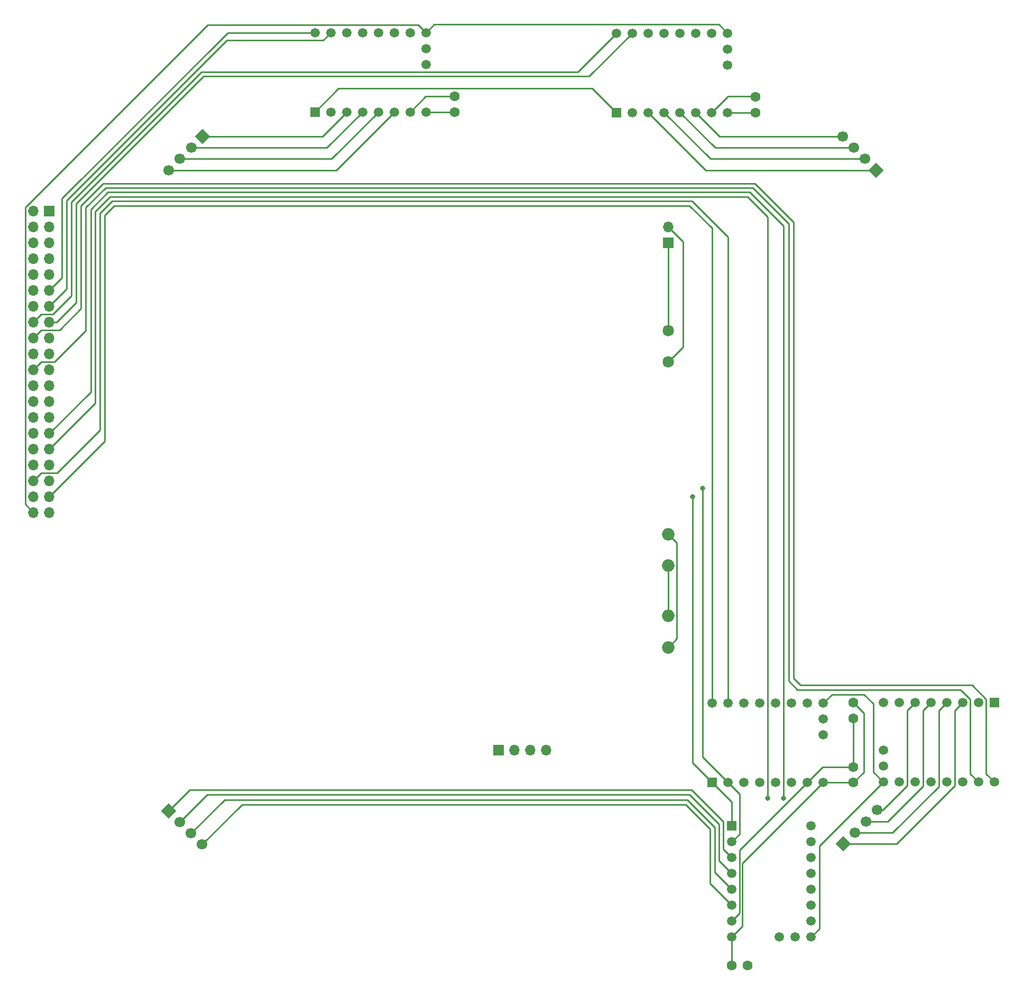
<source format=gbr>
%TF.GenerationSoftware,KiCad,Pcbnew,7.0.8*%
%TF.CreationDate,2023-11-07T13:43:56-08:00*%
%TF.ProjectId,Rubiks-Cube,52756269-6b73-42d4-9375-62652e6b6963,rev?*%
%TF.SameCoordinates,Original*%
%TF.FileFunction,Copper,L1,Top*%
%TF.FilePolarity,Positive*%
%FSLAX46Y46*%
G04 Gerber Fmt 4.6, Leading zero omitted, Abs format (unit mm)*
G04 Created by KiCad (PCBNEW 7.0.8) date 2023-11-07 13:43:56*
%MOMM*%
%LPD*%
G01*
G04 APERTURE LIST*
G04 Aperture macros list*
%AMHorizOval*
0 Thick line with rounded ends*
0 $1 width*
0 $2 $3 position (X,Y) of the first rounded end (center of the circle)*
0 $4 $5 position (X,Y) of the second rounded end (center of the circle)*
0 Add line between two ends*
20,1,$1,$2,$3,$4,$5,0*
0 Add two circle primitives to create the rounded ends*
1,1,$1,$2,$3*
1,1,$1,$4,$5*%
%AMRotRect*
0 Rectangle, with rotation*
0 The origin of the aperture is its center*
0 $1 length*
0 $2 width*
0 $3 Rotation angle, in degrees counterclockwise*
0 Add horizontal line*
21,1,$1,$2,0,0,$3*%
G04 Aperture macros list end*
%TA.AperFunction,ComponentPad*%
%ADD10R,1.508000X1.508000*%
%TD*%
%TA.AperFunction,ComponentPad*%
%ADD11C,1.508000*%
%TD*%
%TA.AperFunction,ComponentPad*%
%ADD12RotRect,1.700000X1.700000X315.000000*%
%TD*%
%TA.AperFunction,ComponentPad*%
%ADD13HorizOval,1.700000X0.000000X0.000000X0.000000X0.000000X0*%
%TD*%
%TA.AperFunction,ComponentPad*%
%ADD14O,2.000000X2.000000*%
%TD*%
%TA.AperFunction,ComponentPad*%
%ADD15C,1.600000*%
%TD*%
%TA.AperFunction,ComponentPad*%
%ADD16R,1.700000X1.700000*%
%TD*%
%TA.AperFunction,ComponentPad*%
%ADD17O,1.700000X1.700000*%
%TD*%
%TA.AperFunction,ComponentPad*%
%ADD18RotRect,1.700000X1.700000X135.000000*%
%TD*%
%TA.AperFunction,ComponentPad*%
%ADD19HorizOval,1.700000X0.000000X0.000000X0.000000X0.000000X0*%
%TD*%
%TA.AperFunction,ComponentPad*%
%ADD20O,1.820000X1.840000*%
%TD*%
%TA.AperFunction,ComponentPad*%
%ADD21RotRect,1.700000X1.700000X225.000000*%
%TD*%
%TA.AperFunction,ComponentPad*%
%ADD22HorizOval,1.700000X0.000000X0.000000X0.000000X0.000000X0*%
%TD*%
%TA.AperFunction,ComponentPad*%
%ADD23HorizOval,1.700000X0.000000X0.000000X0.000000X0.000000X0*%
%TD*%
%TA.AperFunction,ComponentPad*%
%ADD24RotRect,1.700000X1.700000X45.000000*%
%TD*%
%TA.AperFunction,ViaPad*%
%ADD25C,0.800000*%
%TD*%
%TA.AperFunction,Conductor*%
%ADD26C,0.250000*%
%TD*%
G04 APERTURE END LIST*
D10*
%TO.P,U1,1,GND*%
%TO.N,/RPi_GND*%
X128940000Y-148630000D03*
D11*
%TO.P,U1,2,VIO*%
%TO.N,/RPi_3V3*%
X128940000Y-151170000D03*
%TO.P,U1,3,M1B*%
%TO.N,Net-(J1-Pin_1)*%
X128940000Y-153710000D03*
%TO.P,U1,4,M1A*%
%TO.N,Net-(J1-Pin_2)*%
X128940000Y-156250000D03*
%TO.P,U1,5,M2A*%
%TO.N,Net-(J1-Pin_3)*%
X128940000Y-158790000D03*
%TO.P,U1,6,M2B*%
%TO.N,Net-(J1-Pin_4)*%
X128940000Y-161330000D03*
%TO.P,U1,7,GND*%
%TO.N,/GND*%
X128940000Y-163870000D03*
%TO.P,U1,8,VM*%
%TO.N,/12V*%
X128940000Y-166410000D03*
%TO.P,U1,9,DIR*%
%TO.N,/F_dir*%
X141640000Y-148630000D03*
%TO.P,U1,10,STEP*%
%TO.N,/F_step*%
X141640000Y-151170000D03*
%TO.P,U1,11,PDN*%
%TO.N,unconnected-(U1-PDN-Pad11)*%
X141640000Y-153710000D03*
%TO.P,U1,12,UART*%
%TO.N,unconnected-(U1-UART-Pad12)*%
X141640000Y-156250000D03*
%TO.P,U1,13,SPRD*%
%TO.N,unconnected-(U1-SPRD-Pad13)*%
X141640000Y-158790000D03*
%TO.P,U1,14,MS2*%
%TO.N,unconnected-(U1-MS2-Pad14)*%
X141640000Y-161330000D03*
%TO.P,U1,15,MS1*%
%TO.N,unconnected-(U1-MS1-Pad15)*%
X141640000Y-163870000D03*
%TO.P,U1,16,~{EN}*%
%TO.N,/Enable*%
X141640000Y-166410000D03*
%TO.P,U1,17,INDEX*%
%TO.N,unconnected-(U1-INDEX-Pad17)*%
X136560000Y-166410000D03*
%TO.P,U1,18,DIAG*%
%TO.N,unconnected-(U1-DIAG-Pad18)*%
X139100000Y-166410000D03*
%TD*%
D12*
%TO.P,J4,1,Pin_1*%
%TO.N,Net-(J4-Pin_1)*%
X44137006Y-38322994D03*
D13*
%TO.P,J4,2,Pin_2*%
%TO.N,Net-(J4-Pin_2)*%
X42340955Y-40119045D03*
%TO.P,J4,3,Pin_3*%
%TO.N,Net-(J4-Pin_3)*%
X40544904Y-41915096D03*
%TO.P,J4,4,Pin_4*%
%TO.N,Net-(J4-Pin_4)*%
X38748852Y-43711148D03*
%TD*%
D14*
%TO.P,J6,1,Pin_1*%
%TO.N,/12V*%
X118710000Y-115070000D03*
%TO.P,J6,2,Pin_2*%
%TO.N,/GND*%
X118710000Y-120070000D03*
%TD*%
D15*
%TO.P,C4,1*%
%TO.N,/12V*%
X84530000Y-34390000D03*
%TO.P,C4,2*%
%TO.N,/GND*%
X84530000Y-31890000D03*
%TD*%
D16*
%TO.P,J10,1,Pin_1*%
%TO.N,/USB-C 5V*%
X118730000Y-55300000D03*
D17*
%TO.P,J10,2,Pin_2*%
%TO.N,/USB-C GND*%
X118730000Y-52760000D03*
%TD*%
D18*
%TO.P,J3,1,Pin_1*%
%TO.N,Net-(J3-Pin_1)*%
X146812994Y-151517006D03*
D19*
%TO.P,J3,2,Pin_2*%
%TO.N,Net-(J3-Pin_2)*%
X148609045Y-149720955D03*
%TO.P,J3,3,Pin_3*%
%TO.N,Net-(J3-Pin_3)*%
X150405096Y-147924904D03*
%TO.P,J3,4,Pin_4*%
%TO.N,Net-(J3-Pin_4)*%
X152201148Y-146128852D03*
%TD*%
D15*
%TO.P,C5,1*%
%TO.N,/12V*%
X148400000Y-141720000D03*
%TO.P,C5,2*%
%TO.N,/GND*%
X148400000Y-139220000D03*
%TD*%
%TO.P,C3,1*%
%TO.N,/12V*%
X148360000Y-128950000D03*
%TO.P,C3,2*%
%TO.N,/GND*%
X148360000Y-131450000D03*
%TD*%
D10*
%TO.P,U2,1,GND*%
%TO.N,/RPi_GND*%
X110450000Y-34480000D03*
D11*
%TO.P,U2,2,VIO*%
%TO.N,/RPi_3V3*%
X112990000Y-34480000D03*
%TO.P,U2,3,M1B*%
%TO.N,Net-(J2-Pin_1)*%
X115530000Y-34480000D03*
%TO.P,U2,4,M1A*%
%TO.N,Net-(J2-Pin_2)*%
X118070000Y-34480000D03*
%TO.P,U2,5,M2A*%
%TO.N,Net-(J2-Pin_3)*%
X120610000Y-34480000D03*
%TO.P,U2,6,M2B*%
%TO.N,Net-(J2-Pin_4)*%
X123150000Y-34480000D03*
%TO.P,U2,7,GND*%
%TO.N,/GND*%
X125690000Y-34480000D03*
%TO.P,U2,8,VM*%
%TO.N,/12V*%
X128230000Y-34480000D03*
%TO.P,U2,9,DIR*%
%TO.N,/B_dir*%
X110450000Y-21780000D03*
%TO.P,U2,10,STEP*%
%TO.N,/B_step*%
X112990000Y-21780000D03*
%TO.P,U2,11,PDN*%
%TO.N,unconnected-(U2-PDN-Pad11)*%
X115530000Y-21780000D03*
%TO.P,U2,12,UART*%
%TO.N,unconnected-(U2-UART-Pad12)*%
X118070000Y-21780000D03*
%TO.P,U2,13,SPRD*%
%TO.N,unconnected-(U2-SPRD-Pad13)*%
X120610000Y-21780000D03*
%TO.P,U2,14,MS2*%
%TO.N,unconnected-(U2-MS2-Pad14)*%
X123150000Y-21780000D03*
%TO.P,U2,15,MS1*%
%TO.N,unconnected-(U2-MS1-Pad15)*%
X125690000Y-21780000D03*
%TO.P,U2,16,~{EN}*%
%TO.N,/Enable*%
X128230000Y-21780000D03*
%TO.P,U2,17,INDEX*%
%TO.N,unconnected-(U2-INDEX-Pad17)*%
X128230000Y-26860000D03*
%TO.P,U2,18,DIAG*%
%TO.N,unconnected-(U2-DIAG-Pad18)*%
X128230000Y-24320000D03*
%TD*%
D15*
%TO.P,C2,1*%
%TO.N,/12V*%
X132730000Y-34500000D03*
%TO.P,C2,2*%
%TO.N,/GND*%
X132730000Y-32000000D03*
%TD*%
%TO.P,C1,1*%
%TO.N,/12V*%
X128910000Y-170980000D03*
%TO.P,C1,2*%
%TO.N,/GND*%
X131410000Y-170980000D03*
%TD*%
D10*
%TO.P,U3,1,GND*%
%TO.N,/RPi_GND*%
X170950000Y-128950000D03*
D11*
%TO.P,U3,2,VIO*%
%TO.N,/RPi_3V3*%
X168410000Y-128950000D03*
%TO.P,U3,3,M1B*%
%TO.N,Net-(J3-Pin_1)*%
X165870000Y-128950000D03*
%TO.P,U3,4,M1A*%
%TO.N,Net-(J3-Pin_2)*%
X163330000Y-128950000D03*
%TO.P,U3,5,M2A*%
%TO.N,Net-(J3-Pin_3)*%
X160790000Y-128950000D03*
%TO.P,U3,6,M2B*%
%TO.N,Net-(J3-Pin_4)*%
X158250000Y-128950000D03*
%TO.P,U3,7,GND*%
%TO.N,/GND*%
X155710000Y-128950000D03*
%TO.P,U3,8,VM*%
%TO.N,/12V*%
X153170000Y-128950000D03*
%TO.P,U3,9,DIR*%
%TO.N,/L_dir*%
X170950000Y-141650000D03*
%TO.P,U3,10,STEP*%
%TO.N,/L_step*%
X168410000Y-141650000D03*
%TO.P,U3,11,PDN*%
%TO.N,unconnected-(U3-PDN-Pad11)*%
X165870000Y-141650000D03*
%TO.P,U3,12,UART*%
%TO.N,unconnected-(U3-UART-Pad12)*%
X163330000Y-141650000D03*
%TO.P,U3,13,SPRD*%
%TO.N,unconnected-(U3-SPRD-Pad13)*%
X160790000Y-141650000D03*
%TO.P,U3,14,MS2*%
%TO.N,unconnected-(U3-MS2-Pad14)*%
X158250000Y-141650000D03*
%TO.P,U3,15,MS1*%
%TO.N,unconnected-(U3-MS1-Pad15)*%
X155710000Y-141650000D03*
%TO.P,U3,16,~{EN}*%
%TO.N,/Enable*%
X153170000Y-141650000D03*
%TO.P,U3,17,INDEX*%
%TO.N,unconnected-(U3-INDEX-Pad17)*%
X153170000Y-136570000D03*
%TO.P,U3,18,DIAG*%
%TO.N,unconnected-(U3-DIAG-Pad18)*%
X153170000Y-139110000D03*
%TD*%
D20*
%TO.P,J9,1,Pin_1*%
%TO.N,/USB-C 5V*%
X118730000Y-69410000D03*
%TO.P,J9,2,Pin_2*%
%TO.N,/USB-C GND*%
X118730000Y-74410000D03*
%TD*%
D21*
%TO.P,J2,1,Pin_1*%
%TO.N,Net-(J2-Pin_1)*%
X152067006Y-43717006D03*
D22*
%TO.P,J2,2,Pin_2*%
%TO.N,Net-(J2-Pin_2)*%
X150270955Y-41920955D03*
%TO.P,J2,3,Pin_3*%
%TO.N,Net-(J2-Pin_3)*%
X148474904Y-40124904D03*
%TO.P,J2,4,Pin_4*%
%TO.N,Net-(J2-Pin_4)*%
X146678852Y-38328852D03*
%TD*%
D10*
%TO.P,U5,1,GND*%
%TO.N,/RPi_GND*%
X125780000Y-141710000D03*
D11*
%TO.P,U5,2,VIO*%
%TO.N,/RPi_3V3*%
X128320000Y-141710000D03*
%TO.P,U5,3,M1B*%
%TO.N,Net-(J5-Pin_1)*%
X130860000Y-141710000D03*
%TO.P,U5,4,M1A*%
%TO.N,Net-(J5-Pin_2)*%
X133400000Y-141710000D03*
%TO.P,U5,5,M2A*%
%TO.N,Net-(J5-Pin_3)*%
X135940000Y-141710000D03*
%TO.P,U5,6,M2B*%
%TO.N,Net-(J5-Pin_4)*%
X138480000Y-141710000D03*
%TO.P,U5,7,GND*%
%TO.N,/GND*%
X141020000Y-141710000D03*
%TO.P,U5,8,VM*%
%TO.N,/12V*%
X143560000Y-141710000D03*
%TO.P,U5,9,DIR*%
%TO.N,/D_dir*%
X125780000Y-129010000D03*
%TO.P,U5,10,STEP*%
%TO.N,/D_step*%
X128320000Y-129010000D03*
%TO.P,U5,11,PDN*%
%TO.N,unconnected-(U5-PDN-Pad11)*%
X130860000Y-129010000D03*
%TO.P,U5,12,UART*%
%TO.N,unconnected-(U5-UART-Pad12)*%
X133400000Y-129010000D03*
%TO.P,U5,13,SPRD*%
%TO.N,unconnected-(U5-SPRD-Pad13)*%
X135940000Y-129010000D03*
%TO.P,U5,14,MS2*%
%TO.N,unconnected-(U5-MS2-Pad14)*%
X138480000Y-129010000D03*
%TO.P,U5,15,MS1*%
%TO.N,unconnected-(U5-MS1-Pad15)*%
X141020000Y-129010000D03*
%TO.P,U5,16,~{EN}*%
%TO.N,/Enable*%
X143560000Y-129010000D03*
%TO.P,U5,17,INDEX*%
%TO.N,unconnected-(U5-INDEX-Pad17)*%
X143560000Y-134090000D03*
%TO.P,U5,18,DIAG*%
%TO.N,unconnected-(U5-DIAG-Pad18)*%
X143560000Y-131550000D03*
%TD*%
D16*
%TO.P,J5,1,Pin_1*%
%TO.N,Net-(J5-Pin_1)*%
X91580000Y-136520000D03*
D17*
%TO.P,J5,2,Pin_2*%
%TO.N,Net-(J5-Pin_2)*%
X94120000Y-136520000D03*
%TO.P,J5,3,Pin_3*%
%TO.N,Net-(J5-Pin_3)*%
X96660000Y-136520000D03*
%TO.P,J5,4,Pin_4*%
%TO.N,Net-(J5-Pin_4)*%
X99200000Y-136520000D03*
%TD*%
D23*
%TO.P,J1,4,Pin_4*%
%TO.N,Net-(J1-Pin_4)*%
X44111148Y-151631148D03*
%TO.P,J1,3,Pin_3*%
%TO.N,Net-(J1-Pin_3)*%
X42315096Y-149835096D03*
%TO.P,J1,2,Pin_2*%
%TO.N,Net-(J1-Pin_2)*%
X40519045Y-148039045D03*
D24*
%TO.P,J1,1,Pin_1*%
%TO.N,Net-(J1-Pin_1)*%
X38722994Y-146242994D03*
%TD*%
D10*
%TO.P,U4,1,GND*%
%TO.N,/RPi_GND*%
X62190000Y-34390000D03*
D11*
%TO.P,U4,2,VIO*%
%TO.N,/RPi_3V3*%
X64730000Y-34390000D03*
%TO.P,U4,3,M1B*%
%TO.N,Net-(J4-Pin_1)*%
X67270000Y-34390000D03*
%TO.P,U4,4,M1A*%
%TO.N,Net-(J4-Pin_2)*%
X69810000Y-34390000D03*
%TO.P,U4,5,M2A*%
%TO.N,Net-(J4-Pin_3)*%
X72350000Y-34390000D03*
%TO.P,U4,6,M2B*%
%TO.N,Net-(J4-Pin_4)*%
X74890000Y-34390000D03*
%TO.P,U4,7,GND*%
%TO.N,/GND*%
X77430000Y-34390000D03*
%TO.P,U4,8,VM*%
%TO.N,/12V*%
X79970000Y-34390000D03*
%TO.P,U4,9,DIR*%
%TO.N,/R_dir*%
X62190000Y-21690000D03*
%TO.P,U4,10,STEP*%
%TO.N,/R_step*%
X64730000Y-21690000D03*
%TO.P,U4,11,PDN*%
%TO.N,unconnected-(U4-PDN-Pad11)*%
X67270000Y-21690000D03*
%TO.P,U4,12,UART*%
%TO.N,unconnected-(U4-UART-Pad12)*%
X69810000Y-21690000D03*
%TO.P,U4,13,SPRD*%
%TO.N,unconnected-(U4-SPRD-Pad13)*%
X72350000Y-21690000D03*
%TO.P,U4,14,MS2*%
%TO.N,unconnected-(U4-MS2-Pad14)*%
X74890000Y-21690000D03*
%TO.P,U4,15,MS1*%
%TO.N,unconnected-(U4-MS1-Pad15)*%
X77430000Y-21690000D03*
%TO.P,U4,16,~{EN}*%
%TO.N,/Enable*%
X79970000Y-21690000D03*
%TO.P,U4,17,INDEX*%
%TO.N,unconnected-(U4-INDEX-Pad17)*%
X79970000Y-26770000D03*
%TO.P,U4,18,DIAG*%
%TO.N,unconnected-(U4-DIAG-Pad18)*%
X79970000Y-24230000D03*
%TD*%
D16*
%TO.P,J8,1,Pin_1*%
%TO.N,/RPi_3V3*%
X19640000Y-50265236D03*
D17*
%TO.P,J8,2,Pin_2*%
%TO.N,unconnected-(J8-Pin_2-Pad2)*%
X17100000Y-50265236D03*
%TO.P,J8,3,Pin_3*%
%TO.N,unconnected-(J8-Pin_3-Pad3)*%
X19640000Y-52805236D03*
%TO.P,J8,4,Pin_4*%
%TO.N,unconnected-(J8-Pin_4-Pad4)*%
X17100000Y-52805236D03*
%TO.P,J8,5,Pin_5*%
%TO.N,unconnected-(J8-Pin_5-Pad5)*%
X19640000Y-55345236D03*
%TO.P,J8,6,Pin_6*%
%TO.N,/RPi_GND*%
X17100000Y-55345236D03*
%TO.P,J8,7,Pin_7*%
%TO.N,unconnected-(J8-Pin_7-Pad7)*%
X19640000Y-57885236D03*
%TO.P,J8,8,Pin_8*%
%TO.N,unconnected-(J8-Pin_8-Pad8)*%
X17100000Y-57885236D03*
%TO.P,J8,9,Pin_9*%
%TO.N,unconnected-(J8-Pin_9-Pad9)*%
X19640000Y-60425236D03*
%TO.P,J8,10,Pin_10*%
%TO.N,unconnected-(J8-Pin_10-Pad10)*%
X17100000Y-60425236D03*
%TO.P,J8,11,Pin_11*%
%TO.N,/R_dir*%
X19640000Y-62965236D03*
%TO.P,J8,12,Pin_12*%
%TO.N,unconnected-(J8-Pin_12-Pad12)*%
X17100000Y-62965236D03*
%TO.P,J8,13,Pin_13*%
%TO.N,/R_step*%
X19640000Y-65505236D03*
%TO.P,J8,14,Pin_14*%
%TO.N,unconnected-(J8-Pin_14-Pad14)*%
X17100000Y-65505236D03*
%TO.P,J8,15,Pin_15*%
%TO.N,/B_step*%
X19640000Y-68045236D03*
%TO.P,J8,16,Pin_16*%
%TO.N,/B_dir*%
X17100000Y-68045236D03*
%TO.P,J8,17,Pin_17*%
%TO.N,unconnected-(J8-Pin_17-Pad17)*%
X19640000Y-70585236D03*
%TO.P,J8,18,Pin_18*%
%TO.N,/L_dir*%
X17100000Y-70585236D03*
%TO.P,J8,19,Pin_19*%
%TO.N,unconnected-(J8-Pin_19-Pad19)*%
X19640000Y-73125236D03*
%TO.P,J8,20,Pin_20*%
%TO.N,unconnected-(J8-Pin_20-Pad20)*%
X17100000Y-73125236D03*
%TO.P,J8,21,Pin_21*%
%TO.N,unconnected-(J8-Pin_21-Pad21)*%
X19640000Y-75665236D03*
%TO.P,J8,22,Pin_22*%
%TO.N,/L_step*%
X17100000Y-75665236D03*
%TO.P,J8,23,Pin_23*%
%TO.N,unconnected-(J8-Pin_23-Pad23)*%
X19640000Y-78205236D03*
%TO.P,J8,24,Pin_24*%
%TO.N,unconnected-(J8-Pin_24-Pad24)*%
X17100000Y-78205236D03*
%TO.P,J8,25,Pin_25*%
%TO.N,unconnected-(J8-Pin_25-Pad25)*%
X19640000Y-80745236D03*
%TO.P,J8,26,Pin_26*%
%TO.N,unconnected-(J8-Pin_26-Pad26)*%
X17100000Y-80745236D03*
%TO.P,J8,27,Pin_27*%
%TO.N,unconnected-(J8-Pin_27-Pad27)*%
X19640000Y-83285236D03*
%TO.P,J8,28,Pin_28*%
%TO.N,unconnected-(J8-Pin_28-Pad28)*%
X17100000Y-83285236D03*
%TO.P,J8,29,Pin_29*%
%TO.N,/F_dir*%
X19640000Y-85825236D03*
%TO.P,J8,30,Pin_30*%
%TO.N,unconnected-(J8-Pin_30-Pad30)*%
X17100000Y-85825236D03*
%TO.P,J8,31,Pin_31*%
%TO.N,/F_step*%
X19640000Y-88365236D03*
%TO.P,J8,32,Pin_32*%
%TO.N,unconnected-(J8-Pin_32-Pad32)*%
X17100000Y-88365236D03*
%TO.P,J8,33,Pin_33*%
%TO.N,unconnected-(J8-Pin_33-Pad33)*%
X19640000Y-90905236D03*
%TO.P,J8,34,Pin_34*%
%TO.N,unconnected-(J8-Pin_34-Pad34)*%
X17100000Y-90905236D03*
%TO.P,J8,35,Pin_35*%
%TO.N,unconnected-(J8-Pin_35-Pad35)*%
X19640000Y-93445236D03*
%TO.P,J8,36,Pin_36*%
%TO.N,/D_step*%
X17100000Y-93445236D03*
%TO.P,J8,37,Pin_37*%
%TO.N,/D_dir*%
X19640000Y-95985236D03*
%TO.P,J8,38,Pin_38*%
%TO.N,unconnected-(J8-Pin_38-Pad38)*%
X17100000Y-95985236D03*
%TO.P,J8,39,Pin_39*%
%TO.N,unconnected-(J8-Pin_39-Pad39)*%
X19640000Y-98525236D03*
%TO.P,J8,40,Pin_40*%
%TO.N,/Enable*%
X17100000Y-98525236D03*
%TD*%
D14*
%TO.P,J7,1,Pin_1*%
%TO.N,/12V*%
X118720000Y-106970000D03*
%TO.P,J7,2,Pin_2*%
%TO.N,/GND*%
X118720000Y-101970000D03*
%TD*%
D25*
%TO.N,/F_dir*%
X137200000Y-144200000D03*
%TO.N,/F_step*%
X134640000Y-144200000D03*
%TO.N,/RPi_GND*%
X122660000Y-95950000D03*
%TO.N,/RPi_3V3*%
X124220000Y-94600000D03*
%TD*%
D26*
%TO.N,/Enable*%
X150110000Y-127610000D02*
X144960000Y-127610000D01*
X81250000Y-20410000D02*
X126860000Y-20410000D01*
X126860000Y-20410000D02*
X128230000Y-21780000D01*
X142930000Y-165120000D02*
X142930000Y-151890000D01*
X144960000Y-127610000D02*
X143560000Y-129010000D01*
X15760000Y-97185236D02*
X15760000Y-49690000D01*
X15760000Y-49690000D02*
X45030000Y-20420000D01*
X141640000Y-166410000D02*
X142930000Y-165120000D01*
X17100000Y-98525236D02*
X15760000Y-97185236D01*
X151620000Y-140100000D02*
X151620000Y-129120000D01*
X153170000Y-141650000D02*
X151620000Y-140100000D01*
X151620000Y-129120000D02*
X150110000Y-127610000D01*
X45030000Y-20420000D02*
X78700000Y-20420000D01*
X142930000Y-151890000D02*
X153170000Y-141650000D01*
X79970000Y-21690000D02*
X81250000Y-20410000D01*
X78700000Y-20420000D02*
X79970000Y-21690000D01*
%TO.N,/F_dir*%
X137200000Y-144180000D02*
X137200000Y-144200000D01*
X137200000Y-144200000D02*
X137200000Y-52590000D01*
X131830000Y-47220000D02*
X29040000Y-47220000D01*
X26260000Y-79205236D02*
X19640000Y-85825236D01*
X137200000Y-52590000D02*
X131830000Y-47220000D01*
X26260000Y-50000000D02*
X26260000Y-79205236D01*
X29040000Y-47220000D02*
X26260000Y-50000000D01*
%TO.N,/F_step*%
X131430000Y-47950000D02*
X29380000Y-47950000D01*
X29380000Y-47950000D02*
X27000000Y-50330000D01*
X134640000Y-144200000D02*
X134640000Y-51160000D01*
X27000000Y-81005236D02*
X19640000Y-88365236D01*
X27000000Y-50330000D02*
X27000000Y-81005236D01*
X134640000Y-51160000D02*
X131430000Y-47950000D01*
%TO.N,Net-(J1-Pin_4)*%
X44111148Y-151631148D02*
X50482296Y-145260000D01*
X125460000Y-149190000D02*
X125460000Y-157850000D01*
X121530000Y-145260000D02*
X125460000Y-149190000D01*
X125460000Y-157850000D02*
X128940000Y-161330000D01*
X50482296Y-145260000D02*
X121530000Y-145260000D01*
%TO.N,Net-(J1-Pin_3)*%
X126220000Y-156070000D02*
X128940000Y-158790000D01*
X47680192Y-144470000D02*
X42315096Y-149835096D01*
X121820000Y-144470000D02*
X47680192Y-144470000D01*
X126220000Y-148870000D02*
X126220000Y-156070000D01*
X121820000Y-144470000D02*
X126220000Y-148870000D01*
%TO.N,Net-(J1-Pin_2)*%
X44908090Y-143650000D02*
X40519045Y-148039045D01*
X126900000Y-148430000D02*
X126900000Y-154210000D01*
X122120000Y-143650000D02*
X126900000Y-148430000D01*
X122120000Y-143650000D02*
X44908090Y-143650000D01*
X126900000Y-154210000D02*
X128940000Y-156250000D01*
%TO.N,Net-(J1-Pin_1)*%
X127570000Y-152360000D02*
X128920000Y-153710000D01*
X122450000Y-142870000D02*
X127570000Y-147990000D01*
X127570000Y-147990000D02*
X127570000Y-152360000D01*
X42095988Y-142870000D02*
X38722994Y-146242994D01*
X128920000Y-153710000D02*
X128940000Y-153710000D01*
X122450000Y-142870000D02*
X42095988Y-142870000D01*
%TO.N,Net-(J2-Pin_1)*%
X152067006Y-43717006D02*
X124767006Y-43717006D01*
X124767006Y-43717006D02*
X115530000Y-34480000D01*
%TO.N,Net-(J2-Pin_2)*%
X125510955Y-41920955D02*
X118070000Y-34480000D01*
X150270955Y-41920955D02*
X125510955Y-41920955D01*
%TO.N,Net-(J2-Pin_3)*%
X126254904Y-40124904D02*
X120610000Y-34480000D01*
X148474904Y-40124904D02*
X126254904Y-40124904D01*
%TO.N,Net-(J2-Pin_4)*%
X126998852Y-38328852D02*
X123150000Y-34480000D01*
X146678852Y-38328852D02*
X126998852Y-38328852D01*
%TO.N,/B_step*%
X106070000Y-28700000D02*
X112990000Y-21780000D01*
X23920000Y-49110000D02*
X44330000Y-28700000D01*
X23920000Y-64880000D02*
X23920000Y-49110000D01*
X19640000Y-68045236D02*
X20754764Y-68045236D01*
X20754764Y-68045236D02*
X23920000Y-64880000D01*
X44330000Y-28700000D02*
X106070000Y-28700000D01*
%TO.N,/B_dir*%
X104250000Y-27980000D02*
X110450000Y-21780000D01*
X44000000Y-27980000D02*
X104250000Y-27980000D01*
X23160000Y-48820000D02*
X44000000Y-27980000D01*
X23160000Y-63810000D02*
X23160000Y-48820000D01*
X17100000Y-68045236D02*
X18375236Y-66770000D01*
X18375236Y-66770000D02*
X20200000Y-66770000D01*
X20200000Y-66770000D02*
X23160000Y-63810000D01*
%TO.N,/L_step*%
X138020000Y-52300000D02*
X138020000Y-125430000D01*
X165560000Y-126860000D02*
X167130000Y-128430000D01*
X17100000Y-75665236D02*
X18365236Y-74400000D01*
X28630000Y-46550000D02*
X132270000Y-46550000D01*
X18365236Y-74400000D02*
X20480000Y-74400000D01*
X25480000Y-49700000D02*
X28630000Y-46550000D01*
X132270000Y-46550000D02*
X138020000Y-52300000D01*
X20480000Y-74400000D02*
X25480000Y-69400000D01*
X167130000Y-128430000D02*
X167130000Y-140370000D01*
X25480000Y-69400000D02*
X25480000Y-49700000D01*
X167130000Y-140370000D02*
X168410000Y-141650000D01*
X138020000Y-125430000D02*
X139450000Y-126860000D01*
X139450000Y-126860000D02*
X165560000Y-126860000D01*
%TO.N,/L_dir*%
X138810000Y-52030000D02*
X138810000Y-125050000D01*
X138810000Y-125050000D02*
X139920000Y-126160000D01*
X28260000Y-45850000D02*
X132630000Y-45850000D01*
X132630000Y-45850000D02*
X138810000Y-52030000D01*
X169670000Y-140370000D02*
X170950000Y-141650000D01*
X24710000Y-65880000D02*
X24710000Y-49400000D01*
X169670000Y-128370000D02*
X169670000Y-140370000D01*
X21280000Y-69310000D02*
X24710000Y-65880000D01*
X17100000Y-70585236D02*
X18375236Y-69310000D01*
X18375236Y-69310000D02*
X21280000Y-69310000D01*
X167460000Y-126160000D02*
X169670000Y-128370000D01*
X139920000Y-126160000D02*
X167460000Y-126160000D01*
X24710000Y-49400000D02*
X28260000Y-45850000D01*
%TO.N,/D_step*%
X122580000Y-48680000D02*
X128320000Y-54420000D01*
X27750000Y-85300000D02*
X27750000Y-50630000D01*
X29700000Y-48680000D02*
X122580000Y-48680000D01*
X18365236Y-92180000D02*
X20870000Y-92180000D01*
X20870000Y-92180000D02*
X27750000Y-85300000D01*
X128320000Y-54420000D02*
X128320000Y-129010000D01*
X27750000Y-50630000D02*
X29700000Y-48680000D01*
X17100000Y-93445236D02*
X18365236Y-92180000D01*
%TO.N,/D_dir*%
X122160000Y-49380000D02*
X30040000Y-49380000D01*
X125780000Y-129010000D02*
X125780000Y-53000000D01*
X125780000Y-53000000D02*
X122160000Y-49380000D01*
X30040000Y-49380000D02*
X28500000Y-50920000D01*
X28500000Y-87125236D02*
X19640000Y-95985236D01*
X28500000Y-50920000D02*
X28500000Y-87125236D01*
%TO.N,/R_step*%
X63490000Y-22930000D02*
X64730000Y-21690000D01*
X19640000Y-65505236D02*
X22420000Y-62725236D01*
X48020000Y-22930000D02*
X63490000Y-22930000D01*
X22420000Y-48530000D02*
X48020000Y-22930000D01*
X22420000Y-62725236D02*
X22420000Y-48530000D01*
%TO.N,/R_dir*%
X19640000Y-62965236D02*
X21670000Y-60935236D01*
X48220000Y-21690000D02*
X62190000Y-21690000D01*
X21670000Y-48240000D02*
X48220000Y-21690000D01*
X21670000Y-60935236D02*
X21670000Y-48240000D01*
%TO.N,/RPi_GND*%
X106600000Y-30630000D02*
X65950000Y-30630000D01*
X128940000Y-148630000D02*
X128940000Y-144870000D01*
X110450000Y-34480000D02*
X106600000Y-30630000D01*
X128940000Y-144870000D02*
X125780000Y-141710000D01*
X122660000Y-138590000D02*
X122660000Y-95950000D01*
X65950000Y-30630000D02*
X62190000Y-34390000D01*
X125780000Y-141710000D02*
X122660000Y-138590000D01*
%TO.N,/RPi_3V3*%
X130150000Y-149960000D02*
X130150000Y-143540000D01*
X124220000Y-94600000D02*
X124220000Y-137610000D01*
X124220000Y-137610000D02*
X128320000Y-141710000D01*
X128940000Y-151170000D02*
X130150000Y-149960000D01*
X130150000Y-143540000D02*
X128320000Y-141710000D01*
%TO.N,/GND*%
X84530000Y-31890000D02*
X79930000Y-31890000D01*
X125690000Y-34480000D02*
X128280000Y-31890000D01*
X118710000Y-120070000D02*
X120110000Y-118670000D01*
X148360000Y-139180000D02*
X148400000Y-139220000D01*
X148400000Y-139220000D02*
X143510000Y-139220000D01*
X128940000Y-163870000D02*
X130160000Y-162650000D01*
X143510000Y-139220000D02*
X141020000Y-141710000D01*
X79930000Y-31890000D02*
X77430000Y-34390000D01*
X84640000Y-32000000D02*
X84530000Y-31890000D01*
X132620000Y-31890000D02*
X132730000Y-32000000D01*
X120110000Y-118670000D02*
X120110000Y-103360000D01*
X130160000Y-152570000D02*
X141020000Y-141710000D01*
X148360000Y-131450000D02*
X148360000Y-139180000D01*
X130160000Y-162650000D02*
X130160000Y-152570000D01*
X120110000Y-103360000D02*
X118720000Y-101970000D01*
X128280000Y-31890000D02*
X132620000Y-31890000D01*
%TO.N,/12V*%
X148400000Y-141720000D02*
X143570000Y-141720000D01*
X150040000Y-140080000D02*
X150040000Y-130630000D01*
X132730000Y-34500000D02*
X128250000Y-34500000D01*
X150040000Y-130630000D02*
X148360000Y-128950000D01*
X128910000Y-166440000D02*
X128940000Y-166410000D01*
X128910000Y-170980000D02*
X128910000Y-166440000D01*
X130610000Y-164740000D02*
X130610000Y-154660000D01*
X128250000Y-34500000D02*
X128230000Y-34480000D01*
X118710000Y-106980000D02*
X118720000Y-106970000D01*
X130610000Y-154660000D02*
X143560000Y-141710000D01*
X128940000Y-166410000D02*
X130610000Y-164740000D01*
X143570000Y-141720000D02*
X143560000Y-141710000D01*
X79970000Y-34390000D02*
X84530000Y-34390000D01*
X118710000Y-115070000D02*
X118710000Y-106980000D01*
X148400000Y-141720000D02*
X150040000Y-140080000D01*
%TO.N,Net-(J3-Pin_1)*%
X155322994Y-151517006D02*
X164600000Y-142240000D01*
X146812994Y-151517006D02*
X155322994Y-151517006D01*
X164600000Y-130220000D02*
X165870000Y-128950000D01*
X164600000Y-142240000D02*
X164600000Y-130220000D01*
%TO.N,Net-(J3-Pin_2)*%
X148609045Y-149720955D02*
X154689045Y-149720955D01*
X154689045Y-149720955D02*
X162060000Y-142350000D01*
X162060000Y-130220000D02*
X163330000Y-128950000D01*
X162060000Y-142350000D02*
X162060000Y-130220000D01*
%TO.N,Net-(J3-Pin_3)*%
X159530000Y-142270000D02*
X159530000Y-130210000D01*
X153875096Y-147924904D02*
X159530000Y-142270000D01*
X150405096Y-147924904D02*
X153875096Y-147924904D01*
X159530000Y-130210000D02*
X160790000Y-128950000D01*
%TO.N,Net-(J3-Pin_4)*%
X156980000Y-142240000D02*
X156980000Y-130220000D01*
X152201148Y-146128852D02*
X153091148Y-146128852D01*
X153091148Y-146128852D02*
X156980000Y-142240000D01*
X156980000Y-130220000D02*
X158250000Y-128950000D01*
%TO.N,Net-(J4-Pin_1)*%
X63337006Y-38322994D02*
X67270000Y-34390000D01*
X44137006Y-38322994D02*
X63337006Y-38322994D01*
%TO.N,Net-(J4-Pin_2)*%
X42340955Y-40119045D02*
X64080955Y-40119045D01*
X64080955Y-40119045D02*
X69810000Y-34390000D01*
%TO.N,Net-(J4-Pin_3)*%
X64824904Y-41915096D02*
X72350000Y-34390000D01*
X40544904Y-41915096D02*
X64824904Y-41915096D01*
%TO.N,Net-(J4-Pin_4)*%
X65568852Y-43711148D02*
X74890000Y-34390000D01*
X38748852Y-43711148D02*
X65568852Y-43711148D01*
%TO.N,/USB-C GND*%
X118730000Y-74410000D02*
X121110000Y-72030000D01*
X118730000Y-52760000D02*
X121110000Y-55140000D01*
X121110000Y-55140000D02*
X121110000Y-72030000D01*
%TO.N,/USB-C 5V*%
X118730000Y-69410000D02*
X118730000Y-55300000D01*
X118730000Y-69410000D02*
X119170000Y-68970000D01*
%TD*%
M02*

</source>
